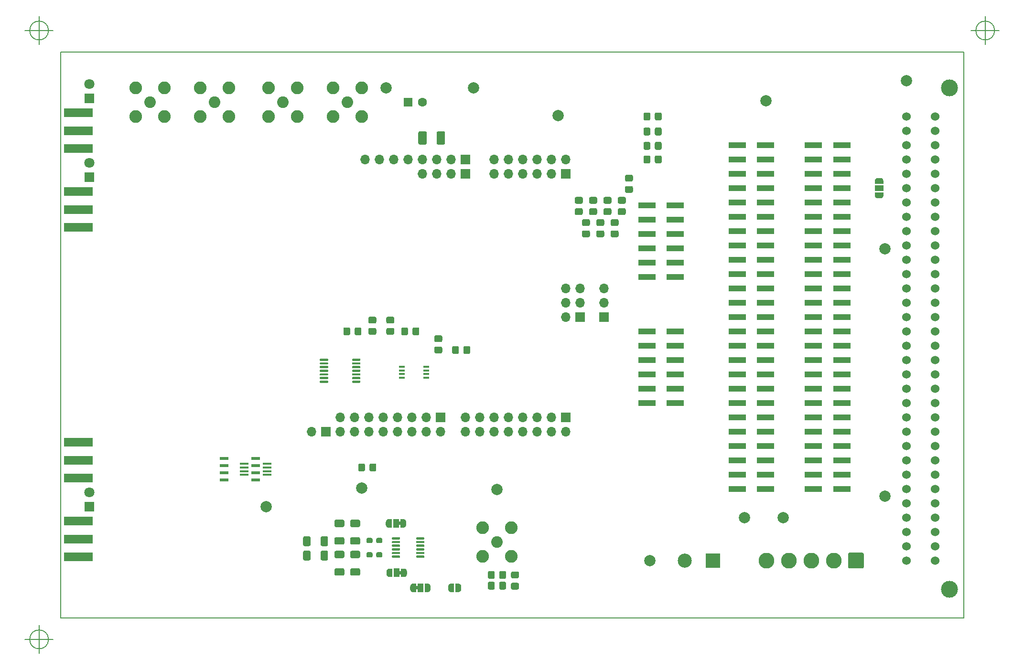
<source format=gts>
G04 #@! TF.GenerationSoftware,KiCad,Pcbnew,5.1.10-88a1d61d58~88~ubuntu18.04.1*
G04 #@! TF.CreationDate,2022-09-15T09:05:11+02:00*
G04 #@! TF.ProjectId,FPGA_buffer_board,46504741-5f62-4756-9666-65725f626f61,v1.4*
G04 #@! TF.SameCoordinates,Original*
G04 #@! TF.FileFunction,Soldermask,Top*
G04 #@! TF.FilePolarity,Negative*
%FSLAX46Y46*%
G04 Gerber Fmt 4.6, Leading zero omitted, Abs format (unit mm)*
G04 Created by KiCad (PCBNEW 5.1.10-88a1d61d58~88~ubuntu18.04.1) date 2022-09-15 09:05:11*
%MOMM*%
%LPD*%
G01*
G04 APERTURE LIST*
G04 #@! TA.AperFunction,Profile*
%ADD10C,0.200000*%
G04 #@! TD*
%ADD11O,1.700000X1.700000*%
%ADD12R,1.700000X1.700000*%
%ADD13C,0.100000*%
%ADD14R,3.150000X1.000000*%
%ADD15C,2.250000*%
%ADD16C,2.050000*%
%ADD17R,1.520000X0.600000*%
%ADD18R,1.524000X0.450000*%
%ADD19C,2.500000*%
%ADD20R,2.500000X2.500000*%
%ADD21C,1.600000*%
%ADD22R,1.600000X1.600000*%
%ADD23C,1.800000*%
%ADD24R,1.800000X1.800000*%
%ADD25C,2.000000*%
%ADD26R,1.000000X1.500000*%
%ADD27C,2.800000*%
%ADD28R,5.080000X1.500000*%
%ADD29R,1.500000X1.000000*%
%ADD30C,1.524000*%
%ADD31C,3.000000*%
%ADD32R,1.100000X0.400000*%
G04 APERTURE END LIST*
D10*
X86756666Y-153670000D02*
G75*
G03*
X86756666Y-153670000I-1666666J0D01*
G01*
X82590000Y-153670000D02*
X87590000Y-153670000D01*
X85090000Y-151170000D02*
X85090000Y-156170000D01*
X254396666Y-45720000D02*
G75*
G03*
X254396666Y-45720000I-1666666J0D01*
G01*
X250230000Y-45720000D02*
X255230000Y-45720000D01*
X252730000Y-43220000D02*
X252730000Y-48220000D01*
X86756666Y-45720000D02*
G75*
G03*
X86756666Y-45720000I-1666666J0D01*
G01*
X82590000Y-45720000D02*
X87590000Y-45720000D01*
X85090000Y-43220000D02*
X85090000Y-48220000D01*
X248920000Y-149860000D02*
X88900000Y-149860000D01*
X248920000Y-49530000D02*
X248920000Y-149860000D01*
X88900000Y-49530000D02*
X248920000Y-49530000D01*
X88900000Y-149860000D02*
X88900000Y-49530000D01*
G36*
G01*
X189160999Y-73298000D02*
X190061001Y-73298000D01*
G75*
G02*
X190311000Y-73547999I0J-249999D01*
G01*
X190311000Y-74248001D01*
G75*
G02*
X190061001Y-74498000I-249999J0D01*
G01*
X189160999Y-74498000D01*
G75*
G02*
X188911000Y-74248001I0J249999D01*
G01*
X188911000Y-73547999D01*
G75*
G02*
X189160999Y-73298000I249999J0D01*
G01*
G37*
G36*
G01*
X189160999Y-71298000D02*
X190061001Y-71298000D01*
G75*
G02*
X190311000Y-71547999I0J-249999D01*
G01*
X190311000Y-72248001D01*
G75*
G02*
X190061001Y-72498000I-249999J0D01*
G01*
X189160999Y-72498000D01*
G75*
G02*
X188911000Y-72248001I0J249999D01*
G01*
X188911000Y-71547999D01*
G75*
G02*
X189160999Y-71298000I249999J0D01*
G01*
G37*
G36*
G01*
X193402000Y-60509999D02*
X193402000Y-61410001D01*
G75*
G02*
X193152001Y-61660000I-249999J0D01*
G01*
X192451999Y-61660000D01*
G75*
G02*
X192202000Y-61410001I0J249999D01*
G01*
X192202000Y-60509999D01*
G75*
G02*
X192451999Y-60260000I249999J0D01*
G01*
X193152001Y-60260000D01*
G75*
G02*
X193402000Y-60509999I0J-249999D01*
G01*
G37*
G36*
G01*
X195402000Y-60509999D02*
X195402000Y-61410001D01*
G75*
G02*
X195152001Y-61660000I-249999J0D01*
G01*
X194451999Y-61660000D01*
G75*
G02*
X194202000Y-61410001I0J249999D01*
G01*
X194202000Y-60509999D01*
G75*
G02*
X194451999Y-60260000I249999J0D01*
G01*
X195152001Y-60260000D01*
G75*
G02*
X195402000Y-60509999I0J-249999D01*
G01*
G37*
G36*
G01*
X193402000Y-63176999D02*
X193402000Y-64077001D01*
G75*
G02*
X193152001Y-64327000I-249999J0D01*
G01*
X192451999Y-64327000D01*
G75*
G02*
X192202000Y-64077001I0J249999D01*
G01*
X192202000Y-63176999D01*
G75*
G02*
X192451999Y-62927000I249999J0D01*
G01*
X193152001Y-62927000D01*
G75*
G02*
X193402000Y-63176999I0J-249999D01*
G01*
G37*
G36*
G01*
X195402000Y-63176999D02*
X195402000Y-64077001D01*
G75*
G02*
X195152001Y-64327000I-249999J0D01*
G01*
X194451999Y-64327000D01*
G75*
G02*
X194202000Y-64077001I0J249999D01*
G01*
X194202000Y-63176999D01*
G75*
G02*
X194451999Y-62927000I249999J0D01*
G01*
X195152001Y-62927000D01*
G75*
G02*
X195402000Y-63176999I0J-249999D01*
G01*
G37*
G36*
G01*
X193402000Y-65716999D02*
X193402000Y-66617001D01*
G75*
G02*
X193152001Y-66867000I-249999J0D01*
G01*
X192451999Y-66867000D01*
G75*
G02*
X192202000Y-66617001I0J249999D01*
G01*
X192202000Y-65716999D01*
G75*
G02*
X192451999Y-65467000I249999J0D01*
G01*
X193152001Y-65467000D01*
G75*
G02*
X193402000Y-65716999I0J-249999D01*
G01*
G37*
G36*
G01*
X195402000Y-65716999D02*
X195402000Y-66617001D01*
G75*
G02*
X195152001Y-66867000I-249999J0D01*
G01*
X194451999Y-66867000D01*
G75*
G02*
X194202000Y-66617001I0J249999D01*
G01*
X194202000Y-65716999D01*
G75*
G02*
X194451999Y-65467000I249999J0D01*
G01*
X195152001Y-65467000D01*
G75*
G02*
X195402000Y-65716999I0J-249999D01*
G01*
G37*
G36*
G01*
X193402000Y-68129999D02*
X193402000Y-69030001D01*
G75*
G02*
X193152001Y-69280000I-249999J0D01*
G01*
X192451999Y-69280000D01*
G75*
G02*
X192202000Y-69030001I0J249999D01*
G01*
X192202000Y-68129999D01*
G75*
G02*
X192451999Y-67880000I249999J0D01*
G01*
X193152001Y-67880000D01*
G75*
G02*
X193402000Y-68129999I0J-249999D01*
G01*
G37*
G36*
G01*
X195402000Y-68129999D02*
X195402000Y-69030001D01*
G75*
G02*
X195152001Y-69280000I-249999J0D01*
G01*
X194451999Y-69280000D01*
G75*
G02*
X194202000Y-69030001I0J249999D01*
G01*
X194202000Y-68129999D01*
G75*
G02*
X194451999Y-67880000I249999J0D01*
G01*
X195152001Y-67880000D01*
G75*
G02*
X195402000Y-68129999I0J-249999D01*
G01*
G37*
G36*
G01*
X180270999Y-77235000D02*
X181171001Y-77235000D01*
G75*
G02*
X181421000Y-77484999I0J-249999D01*
G01*
X181421000Y-78185001D01*
G75*
G02*
X181171001Y-78435000I-249999J0D01*
G01*
X180270999Y-78435000D01*
G75*
G02*
X180021000Y-78185001I0J249999D01*
G01*
X180021000Y-77484999D01*
G75*
G02*
X180270999Y-77235000I249999J0D01*
G01*
G37*
G36*
G01*
X180270999Y-75235000D02*
X181171001Y-75235000D01*
G75*
G02*
X181421000Y-75484999I0J-249999D01*
G01*
X181421000Y-76185001D01*
G75*
G02*
X181171001Y-76435000I-249999J0D01*
G01*
X180270999Y-76435000D01*
G75*
G02*
X180021000Y-76185001I0J249999D01*
G01*
X180021000Y-75484999D01*
G75*
G02*
X180270999Y-75235000I249999J0D01*
G01*
G37*
G36*
G01*
X181540999Y-81172000D02*
X182441001Y-81172000D01*
G75*
G02*
X182691000Y-81421999I0J-249999D01*
G01*
X182691000Y-82122001D01*
G75*
G02*
X182441001Y-82372000I-249999J0D01*
G01*
X181540999Y-82372000D01*
G75*
G02*
X181291000Y-82122001I0J249999D01*
G01*
X181291000Y-81421999D01*
G75*
G02*
X181540999Y-81172000I249999J0D01*
G01*
G37*
G36*
G01*
X181540999Y-79172000D02*
X182441001Y-79172000D01*
G75*
G02*
X182691000Y-79421999I0J-249999D01*
G01*
X182691000Y-80122001D01*
G75*
G02*
X182441001Y-80372000I-249999J0D01*
G01*
X181540999Y-80372000D01*
G75*
G02*
X181291000Y-80122001I0J249999D01*
G01*
X181291000Y-79421999D01*
G75*
G02*
X181540999Y-79172000I249999J0D01*
G01*
G37*
G36*
G01*
X182810999Y-77235000D02*
X183711001Y-77235000D01*
G75*
G02*
X183961000Y-77484999I0J-249999D01*
G01*
X183961000Y-78185001D01*
G75*
G02*
X183711001Y-78435000I-249999J0D01*
G01*
X182810999Y-78435000D01*
G75*
G02*
X182561000Y-78185001I0J249999D01*
G01*
X182561000Y-77484999D01*
G75*
G02*
X182810999Y-77235000I249999J0D01*
G01*
G37*
G36*
G01*
X182810999Y-75235000D02*
X183711001Y-75235000D01*
G75*
G02*
X183961000Y-75484999I0J-249999D01*
G01*
X183961000Y-76185001D01*
G75*
G02*
X183711001Y-76435000I-249999J0D01*
G01*
X182810999Y-76435000D01*
G75*
G02*
X182561000Y-76185001I0J249999D01*
G01*
X182561000Y-75484999D01*
G75*
G02*
X182810999Y-75235000I249999J0D01*
G01*
G37*
G36*
G01*
X184080999Y-81172000D02*
X184981001Y-81172000D01*
G75*
G02*
X185231000Y-81421999I0J-249999D01*
G01*
X185231000Y-82122001D01*
G75*
G02*
X184981001Y-82372000I-249999J0D01*
G01*
X184080999Y-82372000D01*
G75*
G02*
X183831000Y-82122001I0J249999D01*
G01*
X183831000Y-81421999D01*
G75*
G02*
X184080999Y-81172000I249999J0D01*
G01*
G37*
G36*
G01*
X184080999Y-79172000D02*
X184981001Y-79172000D01*
G75*
G02*
X185231000Y-79421999I0J-249999D01*
G01*
X185231000Y-80122001D01*
G75*
G02*
X184981001Y-80372000I-249999J0D01*
G01*
X184080999Y-80372000D01*
G75*
G02*
X183831000Y-80122001I0J249999D01*
G01*
X183831000Y-79421999D01*
G75*
G02*
X184080999Y-79172000I249999J0D01*
G01*
G37*
G36*
G01*
X185350999Y-77235000D02*
X186251001Y-77235000D01*
G75*
G02*
X186501000Y-77484999I0J-249999D01*
G01*
X186501000Y-78185001D01*
G75*
G02*
X186251001Y-78435000I-249999J0D01*
G01*
X185350999Y-78435000D01*
G75*
G02*
X185101000Y-78185001I0J249999D01*
G01*
X185101000Y-77484999D01*
G75*
G02*
X185350999Y-77235000I249999J0D01*
G01*
G37*
G36*
G01*
X185350999Y-75235000D02*
X186251001Y-75235000D01*
G75*
G02*
X186501000Y-75484999I0J-249999D01*
G01*
X186501000Y-76185001D01*
G75*
G02*
X186251001Y-76435000I-249999J0D01*
G01*
X185350999Y-76435000D01*
G75*
G02*
X185101000Y-76185001I0J249999D01*
G01*
X185101000Y-75484999D01*
G75*
G02*
X185350999Y-75235000I249999J0D01*
G01*
G37*
G36*
G01*
X186620999Y-81172000D02*
X187521001Y-81172000D01*
G75*
G02*
X187771000Y-81421999I0J-249999D01*
G01*
X187771000Y-82122001D01*
G75*
G02*
X187521001Y-82372000I-249999J0D01*
G01*
X186620999Y-82372000D01*
G75*
G02*
X186371000Y-82122001I0J249999D01*
G01*
X186371000Y-81421999D01*
G75*
G02*
X186620999Y-81172000I249999J0D01*
G01*
G37*
G36*
G01*
X186620999Y-79172000D02*
X187521001Y-79172000D01*
G75*
G02*
X187771000Y-79421999I0J-249999D01*
G01*
X187771000Y-80122001D01*
G75*
G02*
X187521001Y-80372000I-249999J0D01*
G01*
X186620999Y-80372000D01*
G75*
G02*
X186371000Y-80122001I0J249999D01*
G01*
X186371000Y-79421999D01*
G75*
G02*
X186620999Y-79172000I249999J0D01*
G01*
G37*
G36*
G01*
X187890999Y-77235000D02*
X188791001Y-77235000D01*
G75*
G02*
X189041000Y-77484999I0J-249999D01*
G01*
X189041000Y-78185001D01*
G75*
G02*
X188791001Y-78435000I-249999J0D01*
G01*
X187890999Y-78435000D01*
G75*
G02*
X187641000Y-78185001I0J249999D01*
G01*
X187641000Y-77484999D01*
G75*
G02*
X187890999Y-77235000I249999J0D01*
G01*
G37*
G36*
G01*
X187890999Y-75235000D02*
X188791001Y-75235000D01*
G75*
G02*
X189041000Y-75484999I0J-249999D01*
G01*
X189041000Y-76185001D01*
G75*
G02*
X188791001Y-76435000I-249999J0D01*
G01*
X187890999Y-76435000D01*
G75*
G02*
X187641000Y-76185001I0J249999D01*
G01*
X187641000Y-75484999D01*
G75*
G02*
X187890999Y-75235000I249999J0D01*
G01*
G37*
G36*
G01*
X169868001Y-142840000D02*
X168967999Y-142840000D01*
G75*
G02*
X168718000Y-142590001I0J249999D01*
G01*
X168718000Y-141889999D01*
G75*
G02*
X168967999Y-141640000I249999J0D01*
G01*
X169868001Y-141640000D01*
G75*
G02*
X170118000Y-141889999I0J-249999D01*
G01*
X170118000Y-142590001D01*
G75*
G02*
X169868001Y-142840000I-249999J0D01*
G01*
G37*
G36*
G01*
X169868001Y-144840000D02*
X168967999Y-144840000D01*
G75*
G02*
X168718000Y-144590001I0J249999D01*
G01*
X168718000Y-143889999D01*
G75*
G02*
X168967999Y-143640000I249999J0D01*
G01*
X169868001Y-143640000D01*
G75*
G02*
X170118000Y-143889999I0J-249999D01*
G01*
X170118000Y-144590001D01*
G75*
G02*
X169868001Y-144840000I-249999J0D01*
G01*
G37*
D11*
X178435000Y-91440000D03*
X180975000Y-91440000D03*
X178435000Y-93980000D03*
X180975000Y-93980000D03*
X178435000Y-96520000D03*
D12*
X180975000Y-96520000D03*
G36*
G01*
X166627000Y-144595001D02*
X166627000Y-143694999D01*
G75*
G02*
X166876999Y-143445000I249999J0D01*
G01*
X167577001Y-143445000D01*
G75*
G02*
X167827000Y-143694999I0J-249999D01*
G01*
X167827000Y-144595001D01*
G75*
G02*
X167577001Y-144845000I-249999J0D01*
G01*
X166876999Y-144845000D01*
G75*
G02*
X166627000Y-144595001I0J249999D01*
G01*
G37*
G36*
G01*
X164627000Y-144595001D02*
X164627000Y-143694999D01*
G75*
G02*
X164876999Y-143445000I249999J0D01*
G01*
X165577001Y-143445000D01*
G75*
G02*
X165827000Y-143694999I0J-249999D01*
G01*
X165827000Y-144595001D01*
G75*
G02*
X165577001Y-144845000I-249999J0D01*
G01*
X164876999Y-144845000D01*
G75*
G02*
X164627000Y-144595001I0J249999D01*
G01*
G37*
G36*
G01*
X166627000Y-142690001D02*
X166627000Y-141789999D01*
G75*
G02*
X166876999Y-141540000I249999J0D01*
G01*
X167577001Y-141540000D01*
G75*
G02*
X167827000Y-141789999I0J-249999D01*
G01*
X167827000Y-142690001D01*
G75*
G02*
X167577001Y-142940000I-249999J0D01*
G01*
X166876999Y-142940000D01*
G75*
G02*
X166627000Y-142690001I0J249999D01*
G01*
G37*
G36*
G01*
X164627000Y-142690001D02*
X164627000Y-141789999D01*
G75*
G02*
X164876999Y-141540000I249999J0D01*
G01*
X165577001Y-141540000D01*
G75*
G02*
X165827000Y-141789999I0J-249999D01*
G01*
X165827000Y-142690001D01*
G75*
G02*
X165577001Y-142940000I-249999J0D01*
G01*
X164876999Y-142940000D01*
G75*
G02*
X164627000Y-142690001I0J249999D01*
G01*
G37*
D13*
G36*
X158085000Y-145275398D02*
G01*
X158060466Y-145275398D01*
X158011635Y-145270588D01*
X157963510Y-145261016D01*
X157916555Y-145246772D01*
X157871222Y-145227995D01*
X157827949Y-145204864D01*
X157787150Y-145177604D01*
X157749221Y-145146476D01*
X157714524Y-145111779D01*
X157683396Y-145073850D01*
X157656136Y-145033051D01*
X157633005Y-144989778D01*
X157614228Y-144944445D01*
X157599984Y-144897490D01*
X157590412Y-144849365D01*
X157585602Y-144800534D01*
X157585602Y-144776000D01*
X157585000Y-144776000D01*
X157585000Y-144276000D01*
X157585602Y-144276000D01*
X157585602Y-144251466D01*
X157590412Y-144202635D01*
X157599984Y-144154510D01*
X157614228Y-144107555D01*
X157633005Y-144062222D01*
X157656136Y-144018949D01*
X157683396Y-143978150D01*
X157714524Y-143940221D01*
X157749221Y-143905524D01*
X157787150Y-143874396D01*
X157827949Y-143847136D01*
X157871222Y-143824005D01*
X157916555Y-143805228D01*
X157963510Y-143790984D01*
X158011635Y-143781412D01*
X158060466Y-143776602D01*
X158085000Y-143776602D01*
X158085000Y-143776000D01*
X158585000Y-143776000D01*
X158585000Y-145276000D01*
X158085000Y-145276000D01*
X158085000Y-145275398D01*
G37*
G36*
X158885000Y-143776000D02*
G01*
X159385000Y-143776000D01*
X159385000Y-143776602D01*
X159409534Y-143776602D01*
X159458365Y-143781412D01*
X159506490Y-143790984D01*
X159553445Y-143805228D01*
X159598778Y-143824005D01*
X159642051Y-143847136D01*
X159682850Y-143874396D01*
X159720779Y-143905524D01*
X159755476Y-143940221D01*
X159786604Y-143978150D01*
X159813864Y-144018949D01*
X159836995Y-144062222D01*
X159855772Y-144107555D01*
X159870016Y-144154510D01*
X159879588Y-144202635D01*
X159884398Y-144251466D01*
X159884398Y-144276000D01*
X159885000Y-144276000D01*
X159885000Y-144776000D01*
X159884398Y-144776000D01*
X159884398Y-144800534D01*
X159879588Y-144849365D01*
X159870016Y-144897490D01*
X159855772Y-144944445D01*
X159836995Y-144989778D01*
X159813864Y-145033051D01*
X159786604Y-145073850D01*
X159755476Y-145111779D01*
X159720779Y-145146476D01*
X159682850Y-145177604D01*
X159642051Y-145204864D01*
X159598778Y-145227995D01*
X159553445Y-145246772D01*
X159506490Y-145261016D01*
X159458365Y-145270588D01*
X159409534Y-145275398D01*
X159385000Y-145275398D01*
X159385000Y-145276000D01*
X158885000Y-145276000D01*
X158885000Y-143776000D01*
G37*
D14*
X192786000Y-99060000D03*
X197836000Y-99060000D03*
X192786000Y-101600000D03*
X197836000Y-101600000D03*
X192786000Y-104140000D03*
X197836000Y-104140000D03*
X192786000Y-106680000D03*
X197836000Y-106680000D03*
X192786000Y-109220000D03*
X197836000Y-109220000D03*
X192786000Y-111760000D03*
X197836000Y-111760000D03*
G36*
G01*
X151911000Y-135863000D02*
X151911000Y-135663000D01*
G75*
G02*
X152011000Y-135563000I100000J0D01*
G01*
X153261000Y-135563000D01*
G75*
G02*
X153361000Y-135663000I0J-100000D01*
G01*
X153361000Y-135863000D01*
G75*
G02*
X153261000Y-135963000I-100000J0D01*
G01*
X152011000Y-135963000D01*
G75*
G02*
X151911000Y-135863000I0J100000D01*
G01*
G37*
G36*
G01*
X151911000Y-136513000D02*
X151911000Y-136313000D01*
G75*
G02*
X152011000Y-136213000I100000J0D01*
G01*
X153261000Y-136213000D01*
G75*
G02*
X153361000Y-136313000I0J-100000D01*
G01*
X153361000Y-136513000D01*
G75*
G02*
X153261000Y-136613000I-100000J0D01*
G01*
X152011000Y-136613000D01*
G75*
G02*
X151911000Y-136513000I0J100000D01*
G01*
G37*
G36*
G01*
X151911000Y-137163000D02*
X151911000Y-136963000D01*
G75*
G02*
X152011000Y-136863000I100000J0D01*
G01*
X153261000Y-136863000D01*
G75*
G02*
X153361000Y-136963000I0J-100000D01*
G01*
X153361000Y-137163000D01*
G75*
G02*
X153261000Y-137263000I-100000J0D01*
G01*
X152011000Y-137263000D01*
G75*
G02*
X151911000Y-137163000I0J100000D01*
G01*
G37*
G36*
G01*
X151911000Y-137813000D02*
X151911000Y-137613000D01*
G75*
G02*
X152011000Y-137513000I100000J0D01*
G01*
X153261000Y-137513000D01*
G75*
G02*
X153361000Y-137613000I0J-100000D01*
G01*
X153361000Y-137813000D01*
G75*
G02*
X153261000Y-137913000I-100000J0D01*
G01*
X152011000Y-137913000D01*
G75*
G02*
X151911000Y-137813000I0J100000D01*
G01*
G37*
G36*
G01*
X151911000Y-138463000D02*
X151911000Y-138263000D01*
G75*
G02*
X152011000Y-138163000I100000J0D01*
G01*
X153261000Y-138163000D01*
G75*
G02*
X153361000Y-138263000I0J-100000D01*
G01*
X153361000Y-138463000D01*
G75*
G02*
X153261000Y-138563000I-100000J0D01*
G01*
X152011000Y-138563000D01*
G75*
G02*
X151911000Y-138463000I0J100000D01*
G01*
G37*
G36*
G01*
X151911000Y-139113000D02*
X151911000Y-138913000D01*
G75*
G02*
X152011000Y-138813000I100000J0D01*
G01*
X153261000Y-138813000D01*
G75*
G02*
X153361000Y-138913000I0J-100000D01*
G01*
X153361000Y-139113000D01*
G75*
G02*
X153261000Y-139213000I-100000J0D01*
G01*
X152011000Y-139213000D01*
G75*
G02*
X151911000Y-139113000I0J100000D01*
G01*
G37*
G36*
G01*
X147611000Y-139113000D02*
X147611000Y-138913000D01*
G75*
G02*
X147711000Y-138813000I100000J0D01*
G01*
X148961000Y-138813000D01*
G75*
G02*
X149061000Y-138913000I0J-100000D01*
G01*
X149061000Y-139113000D01*
G75*
G02*
X148961000Y-139213000I-100000J0D01*
G01*
X147711000Y-139213000D01*
G75*
G02*
X147611000Y-139113000I0J100000D01*
G01*
G37*
G36*
G01*
X147611000Y-138463000D02*
X147611000Y-138263000D01*
G75*
G02*
X147711000Y-138163000I100000J0D01*
G01*
X148961000Y-138163000D01*
G75*
G02*
X149061000Y-138263000I0J-100000D01*
G01*
X149061000Y-138463000D01*
G75*
G02*
X148961000Y-138563000I-100000J0D01*
G01*
X147711000Y-138563000D01*
G75*
G02*
X147611000Y-138463000I0J100000D01*
G01*
G37*
G36*
G01*
X147611000Y-137813000D02*
X147611000Y-137613000D01*
G75*
G02*
X147711000Y-137513000I100000J0D01*
G01*
X148961000Y-137513000D01*
G75*
G02*
X149061000Y-137613000I0J-100000D01*
G01*
X149061000Y-137813000D01*
G75*
G02*
X148961000Y-137913000I-100000J0D01*
G01*
X147711000Y-137913000D01*
G75*
G02*
X147611000Y-137813000I0J100000D01*
G01*
G37*
G36*
G01*
X147611000Y-137163000D02*
X147611000Y-136963000D01*
G75*
G02*
X147711000Y-136863000I100000J0D01*
G01*
X148961000Y-136863000D01*
G75*
G02*
X149061000Y-136963000I0J-100000D01*
G01*
X149061000Y-137163000D01*
G75*
G02*
X148961000Y-137263000I-100000J0D01*
G01*
X147711000Y-137263000D01*
G75*
G02*
X147611000Y-137163000I0J100000D01*
G01*
G37*
G36*
G01*
X147611000Y-136513000D02*
X147611000Y-136313000D01*
G75*
G02*
X147711000Y-136213000I100000J0D01*
G01*
X148961000Y-136213000D01*
G75*
G02*
X149061000Y-136313000I0J-100000D01*
G01*
X149061000Y-136513000D01*
G75*
G02*
X148961000Y-136613000I-100000J0D01*
G01*
X147711000Y-136613000D01*
G75*
G02*
X147611000Y-136513000I0J100000D01*
G01*
G37*
G36*
G01*
X147611000Y-135863000D02*
X147611000Y-135663000D01*
G75*
G02*
X147711000Y-135563000I100000J0D01*
G01*
X148961000Y-135563000D01*
G75*
G02*
X149061000Y-135663000I0J-100000D01*
G01*
X149061000Y-135863000D01*
G75*
G02*
X148961000Y-135963000I-100000J0D01*
G01*
X147711000Y-135963000D01*
G75*
G02*
X147611000Y-135863000I0J100000D01*
G01*
G37*
G36*
G01*
X144174500Y-138446500D02*
X144174500Y-138921500D01*
G75*
G02*
X143937000Y-139159000I-237500J0D01*
G01*
X143337000Y-139159000D01*
G75*
G02*
X143099500Y-138921500I0J237500D01*
G01*
X143099500Y-138446500D01*
G75*
G02*
X143337000Y-138209000I237500J0D01*
G01*
X143937000Y-138209000D01*
G75*
G02*
X144174500Y-138446500I0J-237500D01*
G01*
G37*
G36*
G01*
X145899500Y-138446500D02*
X145899500Y-138921500D01*
G75*
G02*
X145662000Y-139159000I-237500J0D01*
G01*
X145062000Y-139159000D01*
G75*
G02*
X144824500Y-138921500I0J237500D01*
G01*
X144824500Y-138446500D01*
G75*
G02*
X145062000Y-138209000I237500J0D01*
G01*
X145662000Y-138209000D01*
G75*
G02*
X145899500Y-138446500I0J-237500D01*
G01*
G37*
D15*
X163703000Y-138938000D03*
X163703000Y-133858000D03*
X168783000Y-133858000D03*
X168783000Y-138938000D03*
D16*
X166243000Y-136398000D03*
D17*
X123444000Y-121625000D03*
X123444000Y-122895000D03*
X123444000Y-124165000D03*
X123444000Y-125435000D03*
X117856000Y-125435000D03*
X117856000Y-124165000D03*
X117856000Y-121625000D03*
X117856000Y-122895000D03*
D18*
X125476000Y-124505000D03*
X125476000Y-123855000D03*
X125476000Y-123205000D03*
X125476000Y-122555000D03*
X121412000Y-123855000D03*
X121412000Y-123205000D03*
X121412000Y-124505000D03*
X121412000Y-122555000D03*
D19*
X199470000Y-139700000D03*
D20*
X204470000Y-139700000D03*
D21*
X152995000Y-58420000D03*
D22*
X150495000Y-58420000D03*
D23*
X93980000Y-127635000D03*
D24*
X93980000Y-130175000D03*
D23*
X93980000Y-69215000D03*
D24*
X93980000Y-71755000D03*
D23*
X93980000Y-55245000D03*
D24*
X93980000Y-57785000D03*
D25*
X210058000Y-132080000D03*
X213868000Y-58166000D03*
X177038000Y-60833000D03*
X146558000Y-55880000D03*
D11*
X165735000Y-68580000D03*
X165735000Y-71120000D03*
X168275000Y-68580000D03*
X168275000Y-71120000D03*
X170815000Y-68580000D03*
X170815000Y-71120000D03*
X173355000Y-68580000D03*
X173355000Y-71120000D03*
X175895000Y-68580000D03*
X175895000Y-71120000D03*
X178435000Y-68580000D03*
D12*
X178435000Y-71120000D03*
D14*
X197836000Y-89408000D03*
X192786000Y-89408000D03*
X197836000Y-86868000D03*
X192786000Y-86868000D03*
X197836000Y-84328000D03*
X192786000Y-84328000D03*
X197836000Y-81788000D03*
X192786000Y-81788000D03*
X197836000Y-79248000D03*
X192786000Y-79248000D03*
X197836000Y-76708000D03*
X192786000Y-76708000D03*
D13*
G36*
X149086000Y-133396000D02*
G01*
X148736000Y-133396000D01*
X148736000Y-132796000D01*
X149086000Y-132796000D01*
X149086000Y-132346000D01*
X149636000Y-132346000D01*
X149636000Y-132346602D01*
X149660534Y-132346602D01*
X149709365Y-132351412D01*
X149757490Y-132360984D01*
X149804445Y-132375228D01*
X149849778Y-132394005D01*
X149893051Y-132417136D01*
X149933850Y-132444396D01*
X149971779Y-132475524D01*
X150006476Y-132510221D01*
X150037604Y-132548150D01*
X150064864Y-132588949D01*
X150087995Y-132632222D01*
X150106772Y-132677555D01*
X150121016Y-132724510D01*
X150130588Y-132772635D01*
X150135398Y-132821466D01*
X150135398Y-132846000D01*
X150136000Y-132846000D01*
X150136000Y-133346000D01*
X150135398Y-133346000D01*
X150135398Y-133370534D01*
X150130588Y-133419365D01*
X150121016Y-133467490D01*
X150106772Y-133514445D01*
X150087995Y-133559778D01*
X150064864Y-133603051D01*
X150037604Y-133643850D01*
X150006476Y-133681779D01*
X149971779Y-133716476D01*
X149933850Y-133747604D01*
X149893051Y-133774864D01*
X149849778Y-133797995D01*
X149804445Y-133816772D01*
X149757490Y-133831016D01*
X149709365Y-133840588D01*
X149660534Y-133845398D01*
X149636000Y-133845398D01*
X149636000Y-133846000D01*
X149086000Y-133846000D01*
X149086000Y-133396000D01*
G37*
G36*
X147036000Y-133845398D02*
G01*
X147011466Y-133845398D01*
X146962635Y-133840588D01*
X146914510Y-133831016D01*
X146867555Y-133816772D01*
X146822222Y-133797995D01*
X146778949Y-133774864D01*
X146738150Y-133747604D01*
X146700221Y-133716476D01*
X146665524Y-133681779D01*
X146634396Y-133643850D01*
X146607136Y-133603051D01*
X146584005Y-133559778D01*
X146565228Y-133514445D01*
X146550984Y-133467490D01*
X146541412Y-133419365D01*
X146536602Y-133370534D01*
X146536602Y-133346000D01*
X146536000Y-133346000D01*
X146536000Y-132846000D01*
X146536602Y-132846000D01*
X146536602Y-132821466D01*
X146541412Y-132772635D01*
X146550984Y-132724510D01*
X146565228Y-132677555D01*
X146584005Y-132632222D01*
X146607136Y-132588949D01*
X146634396Y-132548150D01*
X146665524Y-132510221D01*
X146700221Y-132475524D01*
X146738150Y-132444396D01*
X146778949Y-132417136D01*
X146822222Y-132394005D01*
X146867555Y-132375228D01*
X146914510Y-132360984D01*
X146962635Y-132351412D01*
X147011466Y-132346602D01*
X147036000Y-132346602D01*
X147036000Y-132346000D01*
X147586000Y-132346000D01*
X147586000Y-133846000D01*
X147036000Y-133846000D01*
X147036000Y-133845398D01*
G37*
D26*
X148336000Y-133096000D03*
X148463000Y-141859000D03*
D13*
G36*
X147163000Y-142608398D02*
G01*
X147138466Y-142608398D01*
X147089635Y-142603588D01*
X147041510Y-142594016D01*
X146994555Y-142579772D01*
X146949222Y-142560995D01*
X146905949Y-142537864D01*
X146865150Y-142510604D01*
X146827221Y-142479476D01*
X146792524Y-142444779D01*
X146761396Y-142406850D01*
X146734136Y-142366051D01*
X146711005Y-142322778D01*
X146692228Y-142277445D01*
X146677984Y-142230490D01*
X146668412Y-142182365D01*
X146663602Y-142133534D01*
X146663602Y-142109000D01*
X146663000Y-142109000D01*
X146663000Y-141609000D01*
X146663602Y-141609000D01*
X146663602Y-141584466D01*
X146668412Y-141535635D01*
X146677984Y-141487510D01*
X146692228Y-141440555D01*
X146711005Y-141395222D01*
X146734136Y-141351949D01*
X146761396Y-141311150D01*
X146792524Y-141273221D01*
X146827221Y-141238524D01*
X146865150Y-141207396D01*
X146905949Y-141180136D01*
X146949222Y-141157005D01*
X146994555Y-141138228D01*
X147041510Y-141123984D01*
X147089635Y-141114412D01*
X147138466Y-141109602D01*
X147163000Y-141109602D01*
X147163000Y-141109000D01*
X147713000Y-141109000D01*
X147713000Y-142609000D01*
X147163000Y-142609000D01*
X147163000Y-142608398D01*
G37*
G36*
X149213000Y-142159000D02*
G01*
X148863000Y-142159000D01*
X148863000Y-141559000D01*
X149213000Y-141559000D01*
X149213000Y-141109000D01*
X149763000Y-141109000D01*
X149763000Y-141109602D01*
X149787534Y-141109602D01*
X149836365Y-141114412D01*
X149884490Y-141123984D01*
X149931445Y-141138228D01*
X149976778Y-141157005D01*
X150020051Y-141180136D01*
X150060850Y-141207396D01*
X150098779Y-141238524D01*
X150133476Y-141273221D01*
X150164604Y-141311150D01*
X150191864Y-141351949D01*
X150214995Y-141395222D01*
X150233772Y-141440555D01*
X150248016Y-141487510D01*
X150257588Y-141535635D01*
X150262398Y-141584466D01*
X150262398Y-141609000D01*
X150263000Y-141609000D01*
X150263000Y-142109000D01*
X150262398Y-142109000D01*
X150262398Y-142133534D01*
X150257588Y-142182365D01*
X150248016Y-142230490D01*
X150233772Y-142277445D01*
X150214995Y-142322778D01*
X150191864Y-142366051D01*
X150164604Y-142406850D01*
X150133476Y-142444779D01*
X150098779Y-142479476D01*
X150060850Y-142510604D01*
X150020051Y-142537864D01*
X149976778Y-142560995D01*
X149931445Y-142579772D01*
X149884490Y-142594016D01*
X149836365Y-142603588D01*
X149787534Y-142608398D01*
X149763000Y-142608398D01*
X149763000Y-142609000D01*
X149213000Y-142609000D01*
X149213000Y-142159000D01*
G37*
G36*
X151904000Y-144226000D02*
G01*
X152254000Y-144226000D01*
X152254000Y-144826000D01*
X151904000Y-144826000D01*
X151904000Y-145276000D01*
X151354000Y-145276000D01*
X151354000Y-145275398D01*
X151329466Y-145275398D01*
X151280635Y-145270588D01*
X151232510Y-145261016D01*
X151185555Y-145246772D01*
X151140222Y-145227995D01*
X151096949Y-145204864D01*
X151056150Y-145177604D01*
X151018221Y-145146476D01*
X150983524Y-145111779D01*
X150952396Y-145073850D01*
X150925136Y-145033051D01*
X150902005Y-144989778D01*
X150883228Y-144944445D01*
X150868984Y-144897490D01*
X150859412Y-144849365D01*
X150854602Y-144800534D01*
X150854602Y-144776000D01*
X150854000Y-144776000D01*
X150854000Y-144276000D01*
X150854602Y-144276000D01*
X150854602Y-144251466D01*
X150859412Y-144202635D01*
X150868984Y-144154510D01*
X150883228Y-144107555D01*
X150902005Y-144062222D01*
X150925136Y-144018949D01*
X150952396Y-143978150D01*
X150983524Y-143940221D01*
X151018221Y-143905524D01*
X151056150Y-143874396D01*
X151096949Y-143847136D01*
X151140222Y-143824005D01*
X151185555Y-143805228D01*
X151232510Y-143790984D01*
X151280635Y-143781412D01*
X151329466Y-143776602D01*
X151354000Y-143776602D01*
X151354000Y-143776000D01*
X151904000Y-143776000D01*
X151904000Y-144226000D01*
G37*
G36*
X153954000Y-143776602D02*
G01*
X153978534Y-143776602D01*
X154027365Y-143781412D01*
X154075490Y-143790984D01*
X154122445Y-143805228D01*
X154167778Y-143824005D01*
X154211051Y-143847136D01*
X154251850Y-143874396D01*
X154289779Y-143905524D01*
X154324476Y-143940221D01*
X154355604Y-143978150D01*
X154382864Y-144018949D01*
X154405995Y-144062222D01*
X154424772Y-144107555D01*
X154439016Y-144154510D01*
X154448588Y-144202635D01*
X154453398Y-144251466D01*
X154453398Y-144276000D01*
X154454000Y-144276000D01*
X154454000Y-144776000D01*
X154453398Y-144776000D01*
X154453398Y-144800534D01*
X154448588Y-144849365D01*
X154439016Y-144897490D01*
X154424772Y-144944445D01*
X154405995Y-144989778D01*
X154382864Y-145033051D01*
X154355604Y-145073850D01*
X154324476Y-145111779D01*
X154289779Y-145146476D01*
X154251850Y-145177604D01*
X154211051Y-145204864D01*
X154167778Y-145227995D01*
X154122445Y-145246772D01*
X154075490Y-145261016D01*
X154027365Y-145270588D01*
X153978534Y-145275398D01*
X153954000Y-145275398D01*
X153954000Y-145276000D01*
X153404000Y-145276000D01*
X153404000Y-143776000D01*
X153954000Y-143776000D01*
X153954000Y-143776602D01*
G37*
D26*
X152654000Y-144526000D03*
D12*
X185166000Y-96520000D03*
D11*
X185166000Y-93980000D03*
X185166000Y-91440000D03*
G36*
G01*
X152285000Y-65695000D02*
X152285000Y-63845000D01*
G75*
G02*
X152535000Y-63595000I250000J0D01*
G01*
X153535000Y-63595000D01*
G75*
G02*
X153785000Y-63845000I0J-250000D01*
G01*
X153785000Y-65695000D01*
G75*
G02*
X153535000Y-65945000I-250000J0D01*
G01*
X152535000Y-65945000D01*
G75*
G02*
X152285000Y-65695000I0J250000D01*
G01*
G37*
G36*
G01*
X155535000Y-65695000D02*
X155535000Y-63845000D01*
G75*
G02*
X155785000Y-63595000I250000J0D01*
G01*
X156785000Y-63595000D01*
G75*
G02*
X157035000Y-63845000I0J-250000D01*
G01*
X157035000Y-65695000D01*
G75*
G02*
X156785000Y-65945000I-250000J0D01*
G01*
X155785000Y-65945000D01*
G75*
G02*
X155535000Y-65695000I0J250000D01*
G01*
G37*
G36*
G01*
X231235000Y-138560400D02*
X231235000Y-140839600D01*
G75*
G02*
X230974600Y-141100000I-260400J0D01*
G01*
X228695400Y-141100000D01*
G75*
G02*
X228435000Y-140839600I0J260400D01*
G01*
X228435000Y-138560400D01*
G75*
G02*
X228695400Y-138300000I260400J0D01*
G01*
X230974600Y-138300000D01*
G75*
G02*
X231235000Y-138560400I0J-260400D01*
G01*
G37*
D27*
X225875000Y-139700000D03*
X221915000Y-139700000D03*
X217955000Y-139700000D03*
X213995000Y-139700000D03*
D28*
X92075000Y-132715000D03*
X92075000Y-139065000D03*
X92075000Y-135890000D03*
X92075000Y-121920000D03*
X92075000Y-125095000D03*
X92075000Y-118745000D03*
D13*
G36*
X233184602Y-72360000D02*
G01*
X233184602Y-72335466D01*
X233189412Y-72286635D01*
X233198984Y-72238510D01*
X233213228Y-72191555D01*
X233232005Y-72146222D01*
X233255136Y-72102949D01*
X233282396Y-72062150D01*
X233313524Y-72024221D01*
X233348221Y-71989524D01*
X233386150Y-71958396D01*
X233426949Y-71931136D01*
X233470222Y-71908005D01*
X233515555Y-71889228D01*
X233562510Y-71874984D01*
X233610635Y-71865412D01*
X233659466Y-71860602D01*
X233684000Y-71860602D01*
X233684000Y-71860000D01*
X234184000Y-71860000D01*
X234184000Y-71860602D01*
X234208534Y-71860602D01*
X234257365Y-71865412D01*
X234305490Y-71874984D01*
X234352445Y-71889228D01*
X234397778Y-71908005D01*
X234441051Y-71931136D01*
X234481850Y-71958396D01*
X234519779Y-71989524D01*
X234554476Y-72024221D01*
X234585604Y-72062150D01*
X234612864Y-72102949D01*
X234635995Y-72146222D01*
X234654772Y-72191555D01*
X234669016Y-72238510D01*
X234678588Y-72286635D01*
X234683398Y-72335466D01*
X234683398Y-72360000D01*
X234684000Y-72360000D01*
X234684000Y-72910000D01*
X233184000Y-72910000D01*
X233184000Y-72360000D01*
X233184602Y-72360000D01*
G37*
D29*
X233934000Y-73660000D03*
D13*
G36*
X234684000Y-74410000D02*
G01*
X234684000Y-74960000D01*
X234683398Y-74960000D01*
X234683398Y-74984534D01*
X234678588Y-75033365D01*
X234669016Y-75081490D01*
X234654772Y-75128445D01*
X234635995Y-75173778D01*
X234612864Y-75217051D01*
X234585604Y-75257850D01*
X234554476Y-75295779D01*
X234519779Y-75330476D01*
X234481850Y-75361604D01*
X234441051Y-75388864D01*
X234397778Y-75411995D01*
X234352445Y-75430772D01*
X234305490Y-75445016D01*
X234257365Y-75454588D01*
X234208534Y-75459398D01*
X234184000Y-75459398D01*
X234184000Y-75460000D01*
X233684000Y-75460000D01*
X233684000Y-75459398D01*
X233659466Y-75459398D01*
X233610635Y-75454588D01*
X233562510Y-75445016D01*
X233515555Y-75430772D01*
X233470222Y-75411995D01*
X233426949Y-75388864D01*
X233386150Y-75361604D01*
X233348221Y-75330476D01*
X233313524Y-75295779D01*
X233282396Y-75257850D01*
X233255136Y-75217051D01*
X233232005Y-75173778D01*
X233213228Y-75128445D01*
X233198984Y-75081490D01*
X233189412Y-75033365D01*
X233184602Y-74984534D01*
X233184602Y-74960000D01*
X233184000Y-74960000D01*
X233184000Y-74410000D01*
X234684000Y-74410000D01*
G37*
G36*
G01*
X145899500Y-135906500D02*
X145899500Y-136381500D01*
G75*
G02*
X145662000Y-136619000I-237500J0D01*
G01*
X145062000Y-136619000D01*
G75*
G02*
X144824500Y-136381500I0J237500D01*
G01*
X144824500Y-135906500D01*
G75*
G02*
X145062000Y-135669000I237500J0D01*
G01*
X145662000Y-135669000D01*
G75*
G02*
X145899500Y-135906500I0J-237500D01*
G01*
G37*
G36*
G01*
X144174500Y-135906500D02*
X144174500Y-136381500D01*
G75*
G02*
X143937000Y-136619000I-237500J0D01*
G01*
X143337000Y-136619000D01*
G75*
G02*
X143099500Y-136381500I0J237500D01*
G01*
X143099500Y-135906500D01*
G75*
G02*
X143337000Y-135669000I237500J0D01*
G01*
X143937000Y-135669000D01*
G75*
G02*
X144174500Y-135906500I0J-237500D01*
G01*
G37*
D14*
X227330000Y-127000000D03*
X222280000Y-127000000D03*
X227330000Y-124460000D03*
X222280000Y-124460000D03*
X227330000Y-121920000D03*
X222280000Y-121920000D03*
X227330000Y-119380000D03*
X222280000Y-119380000D03*
X227330000Y-116840000D03*
X222280000Y-116840000D03*
X227330000Y-114300000D03*
X222280000Y-114300000D03*
X227330000Y-111760000D03*
X222280000Y-111760000D03*
X227330000Y-109220000D03*
X222280000Y-109220000D03*
X227330000Y-106680000D03*
X222280000Y-106680000D03*
X227330000Y-104140000D03*
X222280000Y-104140000D03*
X227330000Y-101600000D03*
X222280000Y-101600000D03*
X227330000Y-99060000D03*
X222280000Y-99060000D03*
X227330000Y-96520000D03*
X222280000Y-96520000D03*
X227330000Y-93980000D03*
X222280000Y-93980000D03*
X227330000Y-91440000D03*
X222280000Y-91440000D03*
X227330000Y-88900000D03*
X222280000Y-88900000D03*
X227330000Y-86360000D03*
X222280000Y-86360000D03*
X227330000Y-83820000D03*
X222280000Y-83820000D03*
X227330000Y-81280000D03*
X222280000Y-81280000D03*
X227330000Y-78740000D03*
X222280000Y-78740000D03*
X227330000Y-76200000D03*
X222280000Y-76200000D03*
X227330000Y-73660000D03*
X222280000Y-73660000D03*
X227330000Y-71120000D03*
X222280000Y-71120000D03*
X227330000Y-68580000D03*
X222280000Y-68580000D03*
X227330000Y-66040000D03*
X222280000Y-66040000D03*
X213838000Y-127000000D03*
X208788000Y-127000000D03*
X213838000Y-124460000D03*
X208788000Y-124460000D03*
X213838000Y-121920000D03*
X208788000Y-121920000D03*
X213838000Y-119380000D03*
X208788000Y-119380000D03*
X213838000Y-116840000D03*
X208788000Y-116840000D03*
X213838000Y-114300000D03*
X208788000Y-114300000D03*
X213838000Y-111760000D03*
X208788000Y-111760000D03*
X213838000Y-109220000D03*
X208788000Y-109220000D03*
X213838000Y-106680000D03*
X208788000Y-106680000D03*
X213838000Y-104140000D03*
X208788000Y-104140000D03*
X213838000Y-101600000D03*
X208788000Y-101600000D03*
X213838000Y-99060000D03*
X208788000Y-99060000D03*
X213838000Y-96520000D03*
X208788000Y-96520000D03*
X213838000Y-93980000D03*
X208788000Y-93980000D03*
X213838000Y-91440000D03*
X208788000Y-91440000D03*
X213838000Y-88900000D03*
X208788000Y-88900000D03*
X213838000Y-86360000D03*
X208788000Y-86360000D03*
X213838000Y-83820000D03*
X208788000Y-83820000D03*
X213838000Y-81280000D03*
X208788000Y-81280000D03*
X213838000Y-78740000D03*
X208788000Y-78740000D03*
X213838000Y-76200000D03*
X208788000Y-76200000D03*
X213838000Y-73660000D03*
X208788000Y-73660000D03*
X213838000Y-71120000D03*
X208788000Y-71120000D03*
X213838000Y-68580000D03*
X208788000Y-68580000D03*
X213838000Y-66040000D03*
X208788000Y-66040000D03*
D30*
X238760000Y-60960000D03*
X238760000Y-63500000D03*
X238760000Y-66040000D03*
X238760000Y-68580000D03*
X238760000Y-71120000D03*
X238760000Y-73660000D03*
X238760000Y-76200000D03*
X238760000Y-78740000D03*
X238760000Y-81280000D03*
X238760000Y-83820000D03*
X238760000Y-86360000D03*
X238760000Y-88900000D03*
X238760000Y-91440000D03*
X238760000Y-93980000D03*
X238760000Y-96520000D03*
X238760000Y-99060000D03*
X238760000Y-101600000D03*
X238760000Y-104140000D03*
X238760000Y-106680000D03*
X238760000Y-109220000D03*
X238760000Y-111760000D03*
X238760000Y-114300000D03*
X238760000Y-116840000D03*
X238760000Y-119380000D03*
X238760000Y-121920000D03*
X238760000Y-124460000D03*
X238760000Y-127000000D03*
X238760000Y-129540000D03*
X238760000Y-132080000D03*
X238760000Y-134620000D03*
X238760000Y-137160000D03*
X238760000Y-139700000D03*
X243840000Y-139700000D03*
X243840000Y-137160000D03*
X243840000Y-134620000D03*
X243840000Y-132080000D03*
X243840000Y-129540000D03*
X243840000Y-127000000D03*
X243840000Y-124460000D03*
X243840000Y-121920000D03*
X243840000Y-119380000D03*
X243840000Y-116840000D03*
X243840000Y-114300000D03*
X243840000Y-111760000D03*
X243840000Y-109220000D03*
X243840000Y-106680000D03*
X243840000Y-104140000D03*
X243840000Y-101600000D03*
X243840000Y-99060000D03*
X243840000Y-96520000D03*
X243840000Y-93980000D03*
X243840000Y-91440000D03*
X243840000Y-88900000D03*
X243840000Y-86360000D03*
X243840000Y-83820000D03*
X243840000Y-81280000D03*
X243840000Y-78740000D03*
X243840000Y-76200000D03*
X243840000Y-73660000D03*
X243840000Y-71120000D03*
X243840000Y-68580000D03*
X243840000Y-66040000D03*
X243840000Y-63500000D03*
X243840000Y-60960000D03*
D31*
X246380000Y-144780000D03*
X246380000Y-55880000D03*
G36*
G01*
X131886000Y-136896001D02*
X131886000Y-135645999D01*
G75*
G02*
X132135999Y-135396000I249999J0D01*
G01*
X132936001Y-135396000D01*
G75*
G02*
X133186000Y-135645999I0J-249999D01*
G01*
X133186000Y-136896001D01*
G75*
G02*
X132936001Y-137146000I-249999J0D01*
G01*
X132135999Y-137146000D01*
G75*
G02*
X131886000Y-136896001I0J249999D01*
G01*
G37*
G36*
G01*
X134986000Y-136896001D02*
X134986000Y-135645999D01*
G75*
G02*
X135235999Y-135396000I249999J0D01*
G01*
X136036001Y-135396000D01*
G75*
G02*
X136286000Y-135645999I0J-249999D01*
G01*
X136286000Y-136896001D01*
G75*
G02*
X136036001Y-137146000I-249999J0D01*
G01*
X135235999Y-137146000D01*
G75*
G02*
X134986000Y-136896001I0J249999D01*
G01*
G37*
G36*
G01*
X134986000Y-139436001D02*
X134986000Y-138185999D01*
G75*
G02*
X135235999Y-137936000I249999J0D01*
G01*
X136036001Y-137936000D01*
G75*
G02*
X136286000Y-138185999I0J-249999D01*
G01*
X136286000Y-139436001D01*
G75*
G02*
X136036001Y-139686000I-249999J0D01*
G01*
X135235999Y-139686000D01*
G75*
G02*
X134986000Y-139436001I0J249999D01*
G01*
G37*
G36*
G01*
X131886000Y-139436001D02*
X131886000Y-138185999D01*
G75*
G02*
X132135999Y-137936000I249999J0D01*
G01*
X132936001Y-137936000D01*
G75*
G02*
X133186000Y-138185999I0J-249999D01*
G01*
X133186000Y-139436001D01*
G75*
G02*
X132936001Y-139686000I-249999J0D01*
G01*
X132135999Y-139686000D01*
G75*
G02*
X131886000Y-139436001I0J249999D01*
G01*
G37*
G36*
G01*
X138928001Y-142371500D02*
X137677999Y-142371500D01*
G75*
G02*
X137428000Y-142121501I0J249999D01*
G01*
X137428000Y-141321499D01*
G75*
G02*
X137677999Y-141071500I249999J0D01*
G01*
X138928001Y-141071500D01*
G75*
G02*
X139178000Y-141321499I0J-249999D01*
G01*
X139178000Y-142121501D01*
G75*
G02*
X138928001Y-142371500I-249999J0D01*
G01*
G37*
G36*
G01*
X138928001Y-139271500D02*
X137677999Y-139271500D01*
G75*
G02*
X137428000Y-139021501I0J249999D01*
G01*
X137428000Y-138221499D01*
G75*
G02*
X137677999Y-137971500I249999J0D01*
G01*
X138928001Y-137971500D01*
G75*
G02*
X139178000Y-138221499I0J-249999D01*
G01*
X139178000Y-139021501D01*
G75*
G02*
X138928001Y-139271500I-249999J0D01*
G01*
G37*
G36*
G01*
X141722001Y-142371500D02*
X140471999Y-142371500D01*
G75*
G02*
X140222000Y-142121501I0J249999D01*
G01*
X140222000Y-141321499D01*
G75*
G02*
X140471999Y-141071500I249999J0D01*
G01*
X141722001Y-141071500D01*
G75*
G02*
X141972000Y-141321499I0J-249999D01*
G01*
X141972000Y-142121501D01*
G75*
G02*
X141722001Y-142371500I-249999J0D01*
G01*
G37*
G36*
G01*
X141722001Y-139271500D02*
X140471999Y-139271500D01*
G75*
G02*
X140222000Y-139021501I0J249999D01*
G01*
X140222000Y-138221499D01*
G75*
G02*
X140471999Y-137971500I249999J0D01*
G01*
X141722001Y-137971500D01*
G75*
G02*
X141972000Y-138221499I0J-249999D01*
G01*
X141972000Y-139021501D01*
G75*
G02*
X141722001Y-139271500I-249999J0D01*
G01*
G37*
G36*
G01*
X140471999Y-135556500D02*
X141722001Y-135556500D01*
G75*
G02*
X141972000Y-135806499I0J-249999D01*
G01*
X141972000Y-136606501D01*
G75*
G02*
X141722001Y-136856500I-249999J0D01*
G01*
X140471999Y-136856500D01*
G75*
G02*
X140222000Y-136606501I0J249999D01*
G01*
X140222000Y-135806499D01*
G75*
G02*
X140471999Y-135556500I249999J0D01*
G01*
G37*
G36*
G01*
X140471999Y-132456500D02*
X141722001Y-132456500D01*
G75*
G02*
X141972000Y-132706499I0J-249999D01*
G01*
X141972000Y-133506501D01*
G75*
G02*
X141722001Y-133756500I-249999J0D01*
G01*
X140471999Y-133756500D01*
G75*
G02*
X140222000Y-133506501I0J249999D01*
G01*
X140222000Y-132706499D01*
G75*
G02*
X140471999Y-132456500I249999J0D01*
G01*
G37*
G36*
G01*
X137677999Y-135556500D02*
X138928001Y-135556500D01*
G75*
G02*
X139178000Y-135806499I0J-249999D01*
G01*
X139178000Y-136606501D01*
G75*
G02*
X138928001Y-136856500I-249999J0D01*
G01*
X137677999Y-136856500D01*
G75*
G02*
X137428000Y-136606501I0J249999D01*
G01*
X137428000Y-135806499D01*
G75*
G02*
X137677999Y-135556500I249999J0D01*
G01*
G37*
G36*
G01*
X137677999Y-132456500D02*
X138928001Y-132456500D01*
G75*
G02*
X139178000Y-132706499I0J-249999D01*
G01*
X139178000Y-133506501D01*
G75*
G02*
X138928001Y-133756500I-249999J0D01*
G01*
X137677999Y-133756500D01*
G75*
G02*
X137428000Y-133506501I0J249999D01*
G01*
X137428000Y-132706499D01*
G75*
G02*
X137677999Y-132456500I249999J0D01*
G01*
G37*
G36*
G01*
X143640000Y-123640001D02*
X143640000Y-122739999D01*
G75*
G02*
X143889999Y-122490000I249999J0D01*
G01*
X144590001Y-122490000D01*
G75*
G02*
X144840000Y-122739999I0J-249999D01*
G01*
X144840000Y-123640001D01*
G75*
G02*
X144590001Y-123890000I-249999J0D01*
G01*
X143889999Y-123890000D01*
G75*
G02*
X143640000Y-123640001I0J249999D01*
G01*
G37*
G36*
G01*
X141640000Y-123640001D02*
X141640000Y-122739999D01*
G75*
G02*
X141889999Y-122490000I249999J0D01*
G01*
X142590001Y-122490000D01*
G75*
G02*
X142840000Y-122739999I0J-249999D01*
G01*
X142840000Y-123640001D01*
G75*
G02*
X142590001Y-123890000I-249999J0D01*
G01*
X141889999Y-123890000D01*
G75*
G02*
X141640000Y-123640001I0J249999D01*
G01*
G37*
D28*
X92075000Y-60325000D03*
X92075000Y-66675000D03*
X92075000Y-63500000D03*
D16*
X104775000Y-58420000D03*
D15*
X107315000Y-60960000D03*
X107315000Y-55880000D03*
X102235000Y-55880000D03*
X102235000Y-60960000D03*
D16*
X116205000Y-58420000D03*
D15*
X118745000Y-60960000D03*
X118745000Y-55880000D03*
X113665000Y-55880000D03*
X113665000Y-60960000D03*
G36*
G01*
X144595001Y-97660000D02*
X143694999Y-97660000D01*
G75*
G02*
X143445000Y-97410001I0J249999D01*
G01*
X143445000Y-96709999D01*
G75*
G02*
X143694999Y-96460000I249999J0D01*
G01*
X144595001Y-96460000D01*
G75*
G02*
X144845000Y-96709999I0J-249999D01*
G01*
X144845000Y-97410001D01*
G75*
G02*
X144595001Y-97660000I-249999J0D01*
G01*
G37*
G36*
G01*
X144595001Y-99660000D02*
X143694999Y-99660000D01*
G75*
G02*
X143445000Y-99410001I0J249999D01*
G01*
X143445000Y-98709999D01*
G75*
G02*
X143694999Y-98460000I249999J0D01*
G01*
X144595001Y-98460000D01*
G75*
G02*
X144845000Y-98709999I0J-249999D01*
G01*
X144845000Y-99410001D01*
G75*
G02*
X144595001Y-99660000I-249999J0D01*
G01*
G37*
G36*
G01*
X156279001Y-102962000D02*
X155378999Y-102962000D01*
G75*
G02*
X155129000Y-102712001I0J249999D01*
G01*
X155129000Y-102011999D01*
G75*
G02*
X155378999Y-101762000I249999J0D01*
G01*
X156279001Y-101762000D01*
G75*
G02*
X156529000Y-102011999I0J-249999D01*
G01*
X156529000Y-102712001D01*
G75*
G02*
X156279001Y-102962000I-249999J0D01*
G01*
G37*
G36*
G01*
X156279001Y-100962000D02*
X155378999Y-100962000D01*
G75*
G02*
X155129000Y-100712001I0J249999D01*
G01*
X155129000Y-100011999D01*
G75*
G02*
X155378999Y-99762000I249999J0D01*
G01*
X156279001Y-99762000D01*
G75*
G02*
X156529000Y-100011999I0J-249999D01*
G01*
X156529000Y-100712001D01*
G75*
G02*
X156279001Y-100962000I-249999J0D01*
G01*
G37*
G36*
G01*
X147770001Y-99660000D02*
X146869999Y-99660000D01*
G75*
G02*
X146620000Y-99410001I0J249999D01*
G01*
X146620000Y-98709999D01*
G75*
G02*
X146869999Y-98460000I249999J0D01*
G01*
X147770001Y-98460000D01*
G75*
G02*
X148020000Y-98709999I0J-249999D01*
G01*
X148020000Y-99410001D01*
G75*
G02*
X147770001Y-99660000I-249999J0D01*
G01*
G37*
G36*
G01*
X147770001Y-97660000D02*
X146869999Y-97660000D01*
G75*
G02*
X146620000Y-97410001I0J249999D01*
G01*
X146620000Y-96709999D01*
G75*
G02*
X146869999Y-96460000I249999J0D01*
G01*
X147770001Y-96460000D01*
G75*
G02*
X148020000Y-96709999I0J-249999D01*
G01*
X148020000Y-97410001D01*
G75*
G02*
X147770001Y-97660000I-249999J0D01*
G01*
G37*
G36*
G01*
X141005000Y-99510001D02*
X141005000Y-98609999D01*
G75*
G02*
X141254999Y-98360000I249999J0D01*
G01*
X141955001Y-98360000D01*
G75*
G02*
X142205000Y-98609999I0J-249999D01*
G01*
X142205000Y-99510001D01*
G75*
G02*
X141955001Y-99760000I-249999J0D01*
G01*
X141254999Y-99760000D01*
G75*
G02*
X141005000Y-99510001I0J249999D01*
G01*
G37*
G36*
G01*
X139005000Y-99510001D02*
X139005000Y-98609999D01*
G75*
G02*
X139254999Y-98360000I249999J0D01*
G01*
X139955001Y-98360000D01*
G75*
G02*
X140205000Y-98609999I0J-249999D01*
G01*
X140205000Y-99510001D01*
G75*
G02*
X139955001Y-99760000I-249999J0D01*
G01*
X139254999Y-99760000D01*
G75*
G02*
X139005000Y-99510001I0J249999D01*
G01*
G37*
G36*
G01*
X161477000Y-101911999D02*
X161477000Y-102812001D01*
G75*
G02*
X161227001Y-103062000I-249999J0D01*
G01*
X160526999Y-103062000D01*
G75*
G02*
X160277000Y-102812001I0J249999D01*
G01*
X160277000Y-101911999D01*
G75*
G02*
X160526999Y-101662000I249999J0D01*
G01*
X161227001Y-101662000D01*
G75*
G02*
X161477000Y-101911999I0J-249999D01*
G01*
G37*
G36*
G01*
X159477000Y-101911999D02*
X159477000Y-102812001D01*
G75*
G02*
X159227001Y-103062000I-249999J0D01*
G01*
X158526999Y-103062000D01*
G75*
G02*
X158277000Y-102812001I0J249999D01*
G01*
X158277000Y-101911999D01*
G75*
G02*
X158526999Y-101662000I249999J0D01*
G01*
X159227001Y-101662000D01*
G75*
G02*
X159477000Y-101911999I0J-249999D01*
G01*
G37*
G36*
G01*
X150460000Y-98609999D02*
X150460000Y-99510001D01*
G75*
G02*
X150210001Y-99760000I-249999J0D01*
G01*
X149509999Y-99760000D01*
G75*
G02*
X149260000Y-99510001I0J249999D01*
G01*
X149260000Y-98609999D01*
G75*
G02*
X149509999Y-98360000I249999J0D01*
G01*
X150210001Y-98360000D01*
G75*
G02*
X150460000Y-98609999I0J-249999D01*
G01*
G37*
G36*
G01*
X152460000Y-98609999D02*
X152460000Y-99510001D01*
G75*
G02*
X152210001Y-99760000I-249999J0D01*
G01*
X151509999Y-99760000D01*
G75*
G02*
X151260000Y-99510001I0J249999D01*
G01*
X151260000Y-98609999D01*
G75*
G02*
X151509999Y-98360000I249999J0D01*
G01*
X152210001Y-98360000D01*
G75*
G02*
X152460000Y-98609999I0J-249999D01*
G01*
G37*
D16*
X139700000Y-58420000D03*
D15*
X142240000Y-60960000D03*
X142240000Y-55880000D03*
X137160000Y-55880000D03*
X137160000Y-60960000D03*
X125730000Y-60960000D03*
X125730000Y-55880000D03*
X130810000Y-55880000D03*
X130810000Y-60960000D03*
D16*
X128270000Y-58420000D03*
D28*
X92075000Y-74295000D03*
X92075000Y-80645000D03*
X92075000Y-77470000D03*
G36*
G01*
X134830000Y-104195000D02*
X134830000Y-103995000D01*
G75*
G02*
X134930000Y-103895000I100000J0D01*
G01*
X136205000Y-103895000D01*
G75*
G02*
X136305000Y-103995000I0J-100000D01*
G01*
X136305000Y-104195000D01*
G75*
G02*
X136205000Y-104295000I-100000J0D01*
G01*
X134930000Y-104295000D01*
G75*
G02*
X134830000Y-104195000I0J100000D01*
G01*
G37*
G36*
G01*
X134830000Y-104845000D02*
X134830000Y-104645000D01*
G75*
G02*
X134930000Y-104545000I100000J0D01*
G01*
X136205000Y-104545000D01*
G75*
G02*
X136305000Y-104645000I0J-100000D01*
G01*
X136305000Y-104845000D01*
G75*
G02*
X136205000Y-104945000I-100000J0D01*
G01*
X134930000Y-104945000D01*
G75*
G02*
X134830000Y-104845000I0J100000D01*
G01*
G37*
G36*
G01*
X134830000Y-105495000D02*
X134830000Y-105295000D01*
G75*
G02*
X134930000Y-105195000I100000J0D01*
G01*
X136205000Y-105195000D01*
G75*
G02*
X136305000Y-105295000I0J-100000D01*
G01*
X136305000Y-105495000D01*
G75*
G02*
X136205000Y-105595000I-100000J0D01*
G01*
X134930000Y-105595000D01*
G75*
G02*
X134830000Y-105495000I0J100000D01*
G01*
G37*
G36*
G01*
X134830000Y-106145000D02*
X134830000Y-105945000D01*
G75*
G02*
X134930000Y-105845000I100000J0D01*
G01*
X136205000Y-105845000D01*
G75*
G02*
X136305000Y-105945000I0J-100000D01*
G01*
X136305000Y-106145000D01*
G75*
G02*
X136205000Y-106245000I-100000J0D01*
G01*
X134930000Y-106245000D01*
G75*
G02*
X134830000Y-106145000I0J100000D01*
G01*
G37*
G36*
G01*
X134830000Y-106795000D02*
X134830000Y-106595000D01*
G75*
G02*
X134930000Y-106495000I100000J0D01*
G01*
X136205000Y-106495000D01*
G75*
G02*
X136305000Y-106595000I0J-100000D01*
G01*
X136305000Y-106795000D01*
G75*
G02*
X136205000Y-106895000I-100000J0D01*
G01*
X134930000Y-106895000D01*
G75*
G02*
X134830000Y-106795000I0J100000D01*
G01*
G37*
G36*
G01*
X134830000Y-107445000D02*
X134830000Y-107245000D01*
G75*
G02*
X134930000Y-107145000I100000J0D01*
G01*
X136205000Y-107145000D01*
G75*
G02*
X136305000Y-107245000I0J-100000D01*
G01*
X136305000Y-107445000D01*
G75*
G02*
X136205000Y-107545000I-100000J0D01*
G01*
X134930000Y-107545000D01*
G75*
G02*
X134830000Y-107445000I0J100000D01*
G01*
G37*
G36*
G01*
X134830000Y-108095000D02*
X134830000Y-107895000D01*
G75*
G02*
X134930000Y-107795000I100000J0D01*
G01*
X136205000Y-107795000D01*
G75*
G02*
X136305000Y-107895000I0J-100000D01*
G01*
X136305000Y-108095000D01*
G75*
G02*
X136205000Y-108195000I-100000J0D01*
G01*
X134930000Y-108195000D01*
G75*
G02*
X134830000Y-108095000I0J100000D01*
G01*
G37*
G36*
G01*
X140555000Y-108095000D02*
X140555000Y-107895000D01*
G75*
G02*
X140655000Y-107795000I100000J0D01*
G01*
X141930000Y-107795000D01*
G75*
G02*
X142030000Y-107895000I0J-100000D01*
G01*
X142030000Y-108095000D01*
G75*
G02*
X141930000Y-108195000I-100000J0D01*
G01*
X140655000Y-108195000D01*
G75*
G02*
X140555000Y-108095000I0J100000D01*
G01*
G37*
G36*
G01*
X140555000Y-107445000D02*
X140555000Y-107245000D01*
G75*
G02*
X140655000Y-107145000I100000J0D01*
G01*
X141930000Y-107145000D01*
G75*
G02*
X142030000Y-107245000I0J-100000D01*
G01*
X142030000Y-107445000D01*
G75*
G02*
X141930000Y-107545000I-100000J0D01*
G01*
X140655000Y-107545000D01*
G75*
G02*
X140555000Y-107445000I0J100000D01*
G01*
G37*
G36*
G01*
X140555000Y-106795000D02*
X140555000Y-106595000D01*
G75*
G02*
X140655000Y-106495000I100000J0D01*
G01*
X141930000Y-106495000D01*
G75*
G02*
X142030000Y-106595000I0J-100000D01*
G01*
X142030000Y-106795000D01*
G75*
G02*
X141930000Y-106895000I-100000J0D01*
G01*
X140655000Y-106895000D01*
G75*
G02*
X140555000Y-106795000I0J100000D01*
G01*
G37*
G36*
G01*
X140555000Y-106145000D02*
X140555000Y-105945000D01*
G75*
G02*
X140655000Y-105845000I100000J0D01*
G01*
X141930000Y-105845000D01*
G75*
G02*
X142030000Y-105945000I0J-100000D01*
G01*
X142030000Y-106145000D01*
G75*
G02*
X141930000Y-106245000I-100000J0D01*
G01*
X140655000Y-106245000D01*
G75*
G02*
X140555000Y-106145000I0J100000D01*
G01*
G37*
G36*
G01*
X140555000Y-105495000D02*
X140555000Y-105295000D01*
G75*
G02*
X140655000Y-105195000I100000J0D01*
G01*
X141930000Y-105195000D01*
G75*
G02*
X142030000Y-105295000I0J-100000D01*
G01*
X142030000Y-105495000D01*
G75*
G02*
X141930000Y-105595000I-100000J0D01*
G01*
X140655000Y-105595000D01*
G75*
G02*
X140555000Y-105495000I0J100000D01*
G01*
G37*
G36*
G01*
X140555000Y-104845000D02*
X140555000Y-104645000D01*
G75*
G02*
X140655000Y-104545000I100000J0D01*
G01*
X141930000Y-104545000D01*
G75*
G02*
X142030000Y-104645000I0J-100000D01*
G01*
X142030000Y-104845000D01*
G75*
G02*
X141930000Y-104945000I-100000J0D01*
G01*
X140655000Y-104945000D01*
G75*
G02*
X140555000Y-104845000I0J100000D01*
G01*
G37*
G36*
G01*
X140555000Y-104195000D02*
X140555000Y-103995000D01*
G75*
G02*
X140655000Y-103895000I100000J0D01*
G01*
X141930000Y-103895000D01*
G75*
G02*
X142030000Y-103995000I0J-100000D01*
G01*
X142030000Y-104195000D01*
G75*
G02*
X141930000Y-104295000I-100000J0D01*
G01*
X140655000Y-104295000D01*
G75*
G02*
X140555000Y-104195000I0J100000D01*
G01*
G37*
D12*
X135890000Y-116840000D03*
D11*
X133350000Y-116840000D03*
D12*
X160655000Y-68580000D03*
D11*
X158115000Y-68580000D03*
X155575000Y-68580000D03*
X153035000Y-68580000D03*
X150495000Y-68580000D03*
X147955000Y-68580000D03*
X145415000Y-68580000D03*
X142875000Y-68580000D03*
D12*
X160655000Y-71120000D03*
D11*
X158115000Y-71120000D03*
X155575000Y-71120000D03*
X153035000Y-71120000D03*
X138430000Y-116840000D03*
X138430000Y-114300000D03*
X140970000Y-116840000D03*
X140970000Y-114300000D03*
X143510000Y-116840000D03*
X143510000Y-114300000D03*
X146050000Y-116840000D03*
X146050000Y-114300000D03*
X148590000Y-116840000D03*
X148590000Y-114300000D03*
X151130000Y-116840000D03*
X151130000Y-114300000D03*
X153670000Y-116840000D03*
X153670000Y-114300000D03*
X156210000Y-116840000D03*
D12*
X156210000Y-114300000D03*
X178435000Y-114300000D03*
D11*
X178435000Y-116840000D03*
X175895000Y-114300000D03*
X175895000Y-116840000D03*
X173355000Y-114300000D03*
X173355000Y-116840000D03*
X170815000Y-114300000D03*
X170815000Y-116840000D03*
X168275000Y-114300000D03*
X168275000Y-116840000D03*
X165735000Y-114300000D03*
X165735000Y-116840000D03*
X163195000Y-114300000D03*
X163195000Y-116840000D03*
X160655000Y-114300000D03*
X160655000Y-116840000D03*
D32*
X149361000Y-105324000D03*
X149361000Y-105974000D03*
X149361000Y-106624000D03*
X149361000Y-107274000D03*
X153661000Y-107274000D03*
X153661000Y-106624000D03*
X153661000Y-105974000D03*
X153661000Y-105324000D03*
D25*
X193294000Y-139700000D03*
X166243000Y-127127000D03*
X238760000Y-54610000D03*
X234950000Y-84455000D03*
X234950000Y-128270000D03*
X216916000Y-132080000D03*
X142240000Y-126873000D03*
X125349000Y-130175000D03*
X162052000Y-55880000D03*
M02*

</source>
